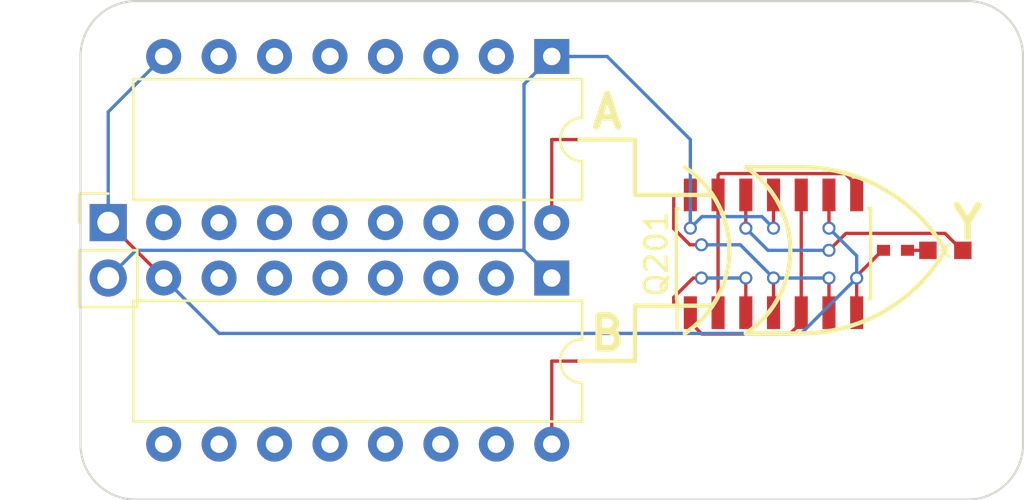
<source format=kicad_pcb>
(kicad_pcb (version 4) (host pcbnew 4.0.5+dfsg1-4)

  (general
    (links 18)
    (no_connects 0)
    (area 76.149999 53.289999 119.430001 76.250001)
    (thickness 1.6)
    (drawings 23)
    (tracks 85)
    (zones 0)
    (modules 6)
    (nets 9)
  )

  (page A4)
  (layers
    (0 F.Cu signal)
    (31 B.Cu signal)
    (32 B.Adhes user)
    (33 F.Adhes user)
    (34 B.Paste user)
    (35 F.Paste user)
    (36 B.SilkS user)
    (37 F.SilkS user)
    (38 B.Mask user)
    (39 F.Mask user)
    (40 Dwgs.User user)
    (41 Cmts.User user)
    (42 Eco1.User user)
    (43 Eco2.User user)
    (44 Edge.Cuts user)
    (45 Margin user)
    (46 B.CrtYd user)
    (47 F.CrtYd user hide)
    (48 B.Fab user)
    (49 F.Fab user)
  )

  (setup
    (last_trace_width 0.1524)
    (trace_clearance 0.1524)
    (zone_clearance 0.1524)
    (zone_45_only no)
    (trace_min 0.1524)
    (segment_width 0.1)
    (edge_width 0.1)
    (via_size 0.6)
    (via_drill 0.4)
    (via_min_size 0.4)
    (via_min_drill 0.3)
    (uvia_size 0.3)
    (uvia_drill 0.1)
    (uvias_allowed no)
    (uvia_min_size 0)
    (uvia_min_drill 0)
    (pcb_text_width 0.3)
    (pcb_text_size 1.5 1.5)
    (mod_edge_width 0.15)
    (mod_text_size 1 1)
    (mod_text_width 0.15)
    (pad_size 1.5 1.5)
    (pad_drill 0.6)
    (pad_to_mask_clearance 0)
    (aux_axis_origin 76.2 76.2)
    (grid_origin 76.2 76.2)
    (visible_elements FFFFFF7F)
    (pcbplotparams
      (layerselection 0x00030_80000001)
      (usegerberextensions false)
      (excludeedgelayer true)
      (linewidth 0.100000)
      (plotframeref false)
      (viasonmask false)
      (mode 1)
      (useauxorigin false)
      (hpglpennumber 1)
      (hpglpenspeed 20)
      (hpglpendiameter 15)
      (hpglpenoverlay 2)
      (psnegative false)
      (psa4output false)
      (plotreference true)
      (plotvalue true)
      (plotinvisibletext false)
      (padsonsilk false)
      (subtractmaskfromsilk false)
      (outputformat 1)
      (mirror false)
      (drillshape 1)
      (scaleselection 1)
      (outputdirectory ""))
  )

  (net 0 "")
  (net 1 GND)
  (net 2 /A)
  (net 3 VCC)
  (net 4 /B)
  (net 5 /bit0/Y-)
  (net 6 /bit0/#A)
  (net 7 /bit0/#Y)
  (net 8 /bit0/Y)

  (net_class Default "This is the default net class."
    (clearance 0.1524)
    (trace_width 0.1524)
    (via_dia 0.6)
    (via_drill 0.4)
    (uvia_dia 0.3)
    (uvia_drill 0.1)
    (add_net /A)
    (add_net /B)
    (add_net /bit0/#A)
    (add_net /bit0/#Y)
    (add_net /bit0/Y)
    (add_net /bit0/Y-)
    (add_net GND)
    (add_net VCC)
  )

  (module KwanSystems:SMD_0402 (layer F.Cu) (tedit 59095EAF) (tstamp 59726814)
    (at 113.538 64.77 180)
    (descr "Capacitor SMD 0402, reflow soldering, AVX (see smccp.pdf)")
    (tags "capacitor 0402")
    (path /596E3F12/59725531)
    (attr smd)
    (fp_text reference R201 (at 0 0 180) (layer F.Fab)
      (effects (font (size 0.2 0.2) (thickness 0.015)))
    )
    (fp_text value RESISTOR (at 0 -0.4 180) (layer F.Fab)
      (effects (font (size 0.127 0.127) (thickness 0.015)))
    )
    (fp_line (start 1 0.4) (end -1 0.4) (layer F.CrtYd) (width 0.05))
    (fp_line (start 1 0.4) (end 1 -0.4) (layer F.CrtYd) (width 0.05))
    (fp_line (start -1 -0.4) (end -1 0.4) (layer F.CrtYd) (width 0.05))
    (fp_line (start -1 -0.4) (end 1 -0.4) (layer F.CrtYd) (width 0.05))
    (fp_line (start -0.5 -0.25) (end 0.5 -0.25) (layer F.Fab) (width 0.1))
    (fp_line (start 0.5 -0.25) (end 0.5 0.25) (layer F.Fab) (width 0.1))
    (fp_line (start 0.5 0.25) (end -0.5 0.25) (layer F.Fab) (width 0.1))
    (fp_line (start -0.5 0.25) (end -0.5 -0.25) (layer F.Fab) (width 0.1))
    (pad 2 smd rect (at 0.55 0 180) (size 0.6 0.5) (layers F.Cu F.Paste F.Mask)
      (net 1 GND))
    (pad 1 smd rect (at -0.55 0 180) (size 0.6 0.5) (layers F.Cu F.Paste F.Mask)
      (net 5 /bit0/Y-))
    (model Capacitors_SMD.3dshapes/C_0402.wrl
      (at (xyz 0 0 0))
      (scale (xyz 1 1 1))
      (rotate (xyz 0 0 0))
    )
  )

  (module KwanSystems:D_0603 (layer F.Cu) (tedit 59096247) (tstamp 597267A0)
    (at 115.824 64.77)
    (descr "LED 0603 smd package")
    (tags "LED led 0603 SMD smd SMT smt smdled SMDLED smtled SMTLED")
    (path /596E3F12/59725495)
    (attr smd)
    (fp_text reference D201 (at 1.2 -0.5) (layer F.Fab)
      (effects (font (size 0.2 0.2) (thickness 0.015)))
    )
    (fp_text value Y (at 1.1 0.5) (layer F.Fab)
      (effects (font (size 0.2 0.2) (thickness 0.015)))
    )
    (fp_line (start -0.2 0) (end 0.2 -0.3) (layer F.SilkS) (width 0.1))
    (fp_line (start 0.2 0.3) (end -0.2 0) (layer F.SilkS) (width 0.1))
    (fp_line (start 0.8 0.4) (end -0.8 0.4) (layer F.Fab) (width 0.1))
    (fp_line (start 0.8 -0.4) (end 0.8 0.4) (layer F.Fab) (width 0.1))
    (fp_line (start -0.8 -0.4) (end 0.8 -0.4) (layer F.Fab) (width 0.1))
    (fp_line (start -0.8 0.4) (end -0.8 -0.4) (layer F.Fab) (width 0.1))
    (fp_line (start 1.45 -0.65) (end 1.45 0.65) (layer F.CrtYd) (width 0.05))
    (fp_line (start 1.45 0.65) (end -1.45 0.65) (layer F.CrtYd) (width 0.05))
    (fp_line (start -1.45 0.65) (end -1.45 -0.65) (layer F.CrtYd) (width 0.05))
    (fp_line (start -1.45 -0.65) (end 1.45 -0.65) (layer F.CrtYd) (width 0.05))
    (pad 2 smd rect (at 0.8 0 180) (size 0.8 0.8) (layers F.Cu F.Paste F.Mask)
      (net 8 /bit0/Y))
    (pad 1 smd rect (at -0.8 0 180) (size 0.8 0.8) (layers F.Cu F.Paste F.Mask)
      (net 5 /bit0/Y-))
    (model LEDs.3dshapes/LED_0603.wrl
      (at (xyz 0 0 0))
      (scale (xyz 1 1 1))
      (rotate (xyz 0 0 180))
    )
  )

  (module Pin_Headers:Pin_Header_Straight_1x02_Pitch2.54mm (layer F.Cu) (tedit 597367A3) (tstamp 597265F2)
    (at 77.47 63.5)
    (descr "Through hole straight pin header, 1x02, 2.54mm pitch, single row")
    (tags "Through hole pin header THT 1x02 2.54mm single row")
    (path /59724BC8)
    (fp_text reference J101 (at 0 -2.33) (layer F.SilkS) hide
      (effects (font (size 1 1) (thickness 0.15)))
    )
    (fp_text value CONN_01X02 (at 0 4.87) (layer F.Fab)
      (effects (font (size 1 1) (thickness 0.15)))
    )
    (fp_line (start -0.635 -1.27) (end 1.27 -1.27) (layer F.Fab) (width 0.1))
    (fp_line (start 1.27 -1.27) (end 1.27 3.81) (layer F.Fab) (width 0.1))
    (fp_line (start 1.27 3.81) (end -1.27 3.81) (layer F.Fab) (width 0.1))
    (fp_line (start -1.27 3.81) (end -1.27 -0.635) (layer F.Fab) (width 0.1))
    (fp_line (start -1.27 -0.635) (end -0.635 -1.27) (layer F.Fab) (width 0.1))
    (fp_line (start -1.33 3.87) (end 1.33 3.87) (layer F.SilkS) (width 0.12))
    (fp_line (start -1.33 1.27) (end -1.33 3.87) (layer F.SilkS) (width 0.12))
    (fp_line (start 1.33 1.27) (end 1.33 3.87) (layer F.SilkS) (width 0.12))
    (fp_line (start -1.33 1.27) (end 1.33 1.27) (layer F.SilkS) (width 0.12))
    (fp_line (start -1.33 0) (end -1.33 -1.33) (layer F.SilkS) (width 0.12))
    (fp_line (start -1.33 -1.33) (end 0 -1.33) (layer F.SilkS) (width 0.12))
    (fp_line (start -1.8 -1.8) (end -1.8 4.35) (layer F.CrtYd) (width 0.05))
    (fp_line (start -1.8 4.35) (end 1.8 4.35) (layer F.CrtYd) (width 0.05))
    (fp_line (start 1.8 4.35) (end 1.8 -1.8) (layer F.CrtYd) (width 0.05))
    (fp_line (start 1.8 -1.8) (end -1.8 -1.8) (layer F.CrtYd) (width 0.05))
    (fp_text user %R (at 0 1.27 90) (layer F.Fab)
      (effects (font (size 1 1) (thickness 0.15)))
    )
    (pad 1 thru_hole rect (at 0 0) (size 1.7 1.7) (drill 1) (layers *.Cu *.Mask)
      (net 1 GND))
    (pad 2 thru_hole oval (at 0 2.54) (size 1.7 1.7) (drill 1) (layers *.Cu *.Mask)
      (net 3 VCC))
    (model ${KISYS3DMOD}/Pin_Headers.3dshapes/Pin_Header_Straight_1x02_Pitch2.54mm.wrl
      (at (xyz 0 0 0))
      (scale (xyz 1 1 1))
      (rotate (xyz 0 0 0))
    )
  )

  (module Housings_DIP:DIP-16_W7.62mm (layer F.Cu) (tedit 597367A7) (tstamp 5970FE3B)
    (at 97.79 66.04 270)
    (descr "16-lead dip package, row spacing 7.62 mm (300 mils)")
    (tags "DIL DIP PDIP 2.54mm 7.62mm 300mil")
    (path /597100DB)
    (fp_text reference S102 (at 3.81 -2.39 270) (layer F.SilkS) hide
      (effects (font (size 1 1) (thickness 0.15)))
    )
    (fp_text value B (at 3.81 20.17 270) (layer F.Fab)
      (effects (font (size 1 1) (thickness 0.15)))
    )
    (fp_text user %R (at 3.81 8.89 270) (layer F.Fab)
      (effects (font (size 1 1) (thickness 0.15)))
    )
    (fp_line (start 1.635 -1.27) (end 6.985 -1.27) (layer F.Fab) (width 0.1))
    (fp_line (start 6.985 -1.27) (end 6.985 19.05) (layer F.Fab) (width 0.1))
    (fp_line (start 6.985 19.05) (end 0.635 19.05) (layer F.Fab) (width 0.1))
    (fp_line (start 0.635 19.05) (end 0.635 -0.27) (layer F.Fab) (width 0.1))
    (fp_line (start 0.635 -0.27) (end 1.635 -1.27) (layer F.Fab) (width 0.1))
    (fp_line (start 2.81 -1.39) (end 1.04 -1.39) (layer F.SilkS) (width 0.12))
    (fp_line (start 1.04 -1.39) (end 1.04 19.17) (layer F.SilkS) (width 0.12))
    (fp_line (start 1.04 19.17) (end 6.58 19.17) (layer F.SilkS) (width 0.12))
    (fp_line (start 6.58 19.17) (end 6.58 -1.39) (layer F.SilkS) (width 0.12))
    (fp_line (start 6.58 -1.39) (end 4.81 -1.39) (layer F.SilkS) (width 0.12))
    (fp_line (start -1.1 -1.6) (end -1.1 19.3) (layer F.CrtYd) (width 0.05))
    (fp_line (start -1.1 19.3) (end 8.7 19.3) (layer F.CrtYd) (width 0.05))
    (fp_line (start 8.7 19.3) (end 8.7 -1.6) (layer F.CrtYd) (width 0.05))
    (fp_line (start 8.7 -1.6) (end -1.1 -1.6) (layer F.CrtYd) (width 0.05))
    (fp_arc (start 3.81 -1.39) (end 2.81 -1.39) (angle -180) (layer F.SilkS) (width 0.12))
    (pad 1 thru_hole rect (at 0 0 270) (size 1.6 1.6) (drill 0.8) (layers *.Cu *.Mask)
      (net 3 VCC))
    (pad 9 thru_hole oval (at 7.62 17.78 270) (size 1.6 1.6) (drill 0.8) (layers *.Cu *.Mask))
    (pad 2 thru_hole oval (at 0 2.54 270) (size 1.6 1.6) (drill 0.8) (layers *.Cu *.Mask))
    (pad 10 thru_hole oval (at 7.62 15.24 270) (size 1.6 1.6) (drill 0.8) (layers *.Cu *.Mask))
    (pad 3 thru_hole oval (at 0 5.08 270) (size 1.6 1.6) (drill 0.8) (layers *.Cu *.Mask))
    (pad 11 thru_hole oval (at 7.62 12.7 270) (size 1.6 1.6) (drill 0.8) (layers *.Cu *.Mask))
    (pad 4 thru_hole oval (at 0 7.62 270) (size 1.6 1.6) (drill 0.8) (layers *.Cu *.Mask))
    (pad 12 thru_hole oval (at 7.62 10.16 270) (size 1.6 1.6) (drill 0.8) (layers *.Cu *.Mask))
    (pad 5 thru_hole oval (at 0 10.16 270) (size 1.6 1.6) (drill 0.8) (layers *.Cu *.Mask))
    (pad 13 thru_hole oval (at 7.62 7.62 270) (size 1.6 1.6) (drill 0.8) (layers *.Cu *.Mask))
    (pad 6 thru_hole oval (at 0 12.7 270) (size 1.6 1.6) (drill 0.8) (layers *.Cu *.Mask))
    (pad 14 thru_hole oval (at 7.62 5.08 270) (size 1.6 1.6) (drill 0.8) (layers *.Cu *.Mask))
    (pad 7 thru_hole oval (at 0 15.24 270) (size 1.6 1.6) (drill 0.8) (layers *.Cu *.Mask))
    (pad 15 thru_hole oval (at 7.62 2.54 270) (size 1.6 1.6) (drill 0.8) (layers *.Cu *.Mask))
    (pad 8 thru_hole oval (at 0 17.78 270) (size 1.6 1.6) (drill 0.8) (layers *.Cu *.Mask)
      (net 1 GND))
    (pad 16 thru_hole oval (at 7.62 0 270) (size 1.6 1.6) (drill 0.8) (layers *.Cu *.Mask)
      (net 4 /B))
    (model ${KISYS3DMOD}/Housings_DIP.3dshapes/DIP-16_W7.62mm.wrl
      (at (xyz 0 0 0))
      (scale (xyz 1 1 1))
      (rotate (xyz 0 0 0))
    )
  )

  (module Housings_DIP:DIP-16_W7.62mm (layer F.Cu) (tedit 59736796) (tstamp 5970FE18)
    (at 97.79 55.88 270)
    (descr "16-lead dip package, row spacing 7.62 mm (300 mils)")
    (tags "DIL DIP PDIP 2.54mm 7.62mm 300mil")
    (path /5970FD98)
    (fp_text reference S101 (at 3.81 -2.39 270) (layer F.SilkS) hide
      (effects (font (size 1 1) (thickness 0.15)))
    )
    (fp_text value A (at 3.81 20.17 270) (layer F.Fab)
      (effects (font (size 1 1) (thickness 0.15)))
    )
    (fp_text user %R (at 3.81 8.89 270) (layer F.Fab)
      (effects (font (size 1 1) (thickness 0.15)))
    )
    (fp_line (start 1.635 -1.27) (end 6.985 -1.27) (layer F.Fab) (width 0.1))
    (fp_line (start 6.985 -1.27) (end 6.985 19.05) (layer F.Fab) (width 0.1))
    (fp_line (start 6.985 19.05) (end 0.635 19.05) (layer F.Fab) (width 0.1))
    (fp_line (start 0.635 19.05) (end 0.635 -0.27) (layer F.Fab) (width 0.1))
    (fp_line (start 0.635 -0.27) (end 1.635 -1.27) (layer F.Fab) (width 0.1))
    (fp_line (start 2.81 -1.39) (end 1.04 -1.39) (layer F.SilkS) (width 0.12))
    (fp_line (start 1.04 -1.39) (end 1.04 19.17) (layer F.SilkS) (width 0.12))
    (fp_line (start 1.04 19.17) (end 6.58 19.17) (layer F.SilkS) (width 0.12))
    (fp_line (start 6.58 19.17) (end 6.58 -1.39) (layer F.SilkS) (width 0.12))
    (fp_line (start 6.58 -1.39) (end 4.81 -1.39) (layer F.SilkS) (width 0.12))
    (fp_line (start -1.1 -1.6) (end -1.1 19.3) (layer F.CrtYd) (width 0.05))
    (fp_line (start -1.1 19.3) (end 8.7 19.3) (layer F.CrtYd) (width 0.05))
    (fp_line (start 8.7 19.3) (end 8.7 -1.6) (layer F.CrtYd) (width 0.05))
    (fp_line (start 8.7 -1.6) (end -1.1 -1.6) (layer F.CrtYd) (width 0.05))
    (fp_arc (start 3.81 -1.39) (end 2.81 -1.39) (angle -180) (layer F.SilkS) (width 0.12))
    (pad 1 thru_hole rect (at 0 0 270) (size 1.6 1.6) (drill 0.8) (layers *.Cu *.Mask)
      (net 3 VCC))
    (pad 9 thru_hole oval (at 7.62 17.78 270) (size 1.6 1.6) (drill 0.8) (layers *.Cu *.Mask))
    (pad 2 thru_hole oval (at 0 2.54 270) (size 1.6 1.6) (drill 0.8) (layers *.Cu *.Mask))
    (pad 10 thru_hole oval (at 7.62 15.24 270) (size 1.6 1.6) (drill 0.8) (layers *.Cu *.Mask))
    (pad 3 thru_hole oval (at 0 5.08 270) (size 1.6 1.6) (drill 0.8) (layers *.Cu *.Mask))
    (pad 11 thru_hole oval (at 7.62 12.7 270) (size 1.6 1.6) (drill 0.8) (layers *.Cu *.Mask))
    (pad 4 thru_hole oval (at 0 7.62 270) (size 1.6 1.6) (drill 0.8) (layers *.Cu *.Mask))
    (pad 12 thru_hole oval (at 7.62 10.16 270) (size 1.6 1.6) (drill 0.8) (layers *.Cu *.Mask))
    (pad 5 thru_hole oval (at 0 10.16 270) (size 1.6 1.6) (drill 0.8) (layers *.Cu *.Mask))
    (pad 13 thru_hole oval (at 7.62 7.62 270) (size 1.6 1.6) (drill 0.8) (layers *.Cu *.Mask))
    (pad 6 thru_hole oval (at 0 12.7 270) (size 1.6 1.6) (drill 0.8) (layers *.Cu *.Mask))
    (pad 14 thru_hole oval (at 7.62 5.08 270) (size 1.6 1.6) (drill 0.8) (layers *.Cu *.Mask))
    (pad 7 thru_hole oval (at 0 15.24 270) (size 1.6 1.6) (drill 0.8) (layers *.Cu *.Mask))
    (pad 15 thru_hole oval (at 7.62 2.54 270) (size 1.6 1.6) (drill 0.8) (layers *.Cu *.Mask))
    (pad 8 thru_hole oval (at 0 17.78 270) (size 1.6 1.6) (drill 0.8) (layers *.Cu *.Mask)
      (net 1 GND))
    (pad 16 thru_hole oval (at 7.62 0 270) (size 1.6 1.6) (drill 0.8) (layers *.Cu *.Mask)
      (net 2 /A))
    (model ${KISYS3DMOD}/Housings_DIP.3dshapes/DIP-16_W7.62mm.wrl
      (at (xyz 0 0 0))
      (scale (xyz 1 1 1))
      (rotate (xyz 0 0 0))
    )
  )

  (module Housings_SOIC:SOIC-14_3.9x8.7mm_Pitch1.27mm (layer F.Cu) (tedit 58CC8F64) (tstamp 59762D6E)
    (at 107.95 64.93 90)
    (descr "14-Lead Plastic Small Outline (SL) - Narrow, 3.90 mm Body [SOIC] (see Microchip Packaging Specification 00000049BS.pdf)")
    (tags "SOIC 1.27")
    (path /596E3F12/59762E49)
    (attr smd)
    (fp_text reference Q201 (at 0 -5.375 90) (layer F.SilkS)
      (effects (font (size 1 1) (thickness 0.15)))
    )
    (fp_text value CD4007 (at 0 5.375 90) (layer F.Fab)
      (effects (font (size 1 1) (thickness 0.15)))
    )
    (fp_text user %R (at 0 0 90) (layer F.Fab)
      (effects (font (size 0.9 0.9) (thickness 0.135)))
    )
    (fp_line (start -0.95 -4.35) (end 1.95 -4.35) (layer F.Fab) (width 0.15))
    (fp_line (start 1.95 -4.35) (end 1.95 4.35) (layer F.Fab) (width 0.15))
    (fp_line (start 1.95 4.35) (end -1.95 4.35) (layer F.Fab) (width 0.15))
    (fp_line (start -1.95 4.35) (end -1.95 -3.35) (layer F.Fab) (width 0.15))
    (fp_line (start -1.95 -3.35) (end -0.95 -4.35) (layer F.Fab) (width 0.15))
    (fp_line (start -3.7 -4.65) (end -3.7 4.65) (layer F.CrtYd) (width 0.05))
    (fp_line (start 3.7 -4.65) (end 3.7 4.65) (layer F.CrtYd) (width 0.05))
    (fp_line (start -3.7 -4.65) (end 3.7 -4.65) (layer F.CrtYd) (width 0.05))
    (fp_line (start -3.7 4.65) (end 3.7 4.65) (layer F.CrtYd) (width 0.05))
    (fp_line (start -2.075 -4.45) (end -2.075 -4.425) (layer F.SilkS) (width 0.15))
    (fp_line (start 2.075 -4.45) (end 2.075 -4.335) (layer F.SilkS) (width 0.15))
    (fp_line (start 2.075 4.45) (end 2.075 4.335) (layer F.SilkS) (width 0.15))
    (fp_line (start -2.075 4.45) (end -2.075 4.335) (layer F.SilkS) (width 0.15))
    (fp_line (start -2.075 -4.45) (end 2.075 -4.45) (layer F.SilkS) (width 0.15))
    (fp_line (start -2.075 4.45) (end 2.075 4.45) (layer F.SilkS) (width 0.15))
    (fp_line (start -2.075 -4.425) (end -3.45 -4.425) (layer F.SilkS) (width 0.15))
    (pad 1 smd rect (at -2.7 -3.81 90) (size 1.5 0.6) (layers F.Cu F.Paste F.Mask)
      (net 7 /bit0/#Y))
    (pad 2 smd rect (at -2.7 -2.54 90) (size 1.5 0.6) (layers F.Cu F.Paste F.Mask)
      (net 6 /bit0/#A))
    (pad 3 smd rect (at -2.7 -1.27 90) (size 1.5 0.6) (layers F.Cu F.Paste F.Mask)
      (net 4 /B))
    (pad 4 smd rect (at -2.7 0 90) (size 1.5 0.6) (layers F.Cu F.Paste F.Mask)
      (net 2 /A))
    (pad 5 smd rect (at -2.7 1.27 90) (size 1.5 0.6) (layers F.Cu F.Paste F.Mask)
      (net 7 /bit0/#Y))
    (pad 6 smd rect (at -2.7 2.54 90) (size 1.5 0.6) (layers F.Cu F.Paste F.Mask)
      (net 2 /A))
    (pad 7 smd rect (at -2.7 3.81 90) (size 1.5 0.6) (layers F.Cu F.Paste F.Mask)
      (net 1 GND))
    (pad 8 smd rect (at 2.7 3.81 90) (size 1.5 0.6) (layers F.Cu F.Paste F.Mask)
      (net 6 /bit0/#A))
    (pad 9 smd rect (at 2.7 2.54 90) (size 1.5 0.6) (layers F.Cu F.Paste F.Mask)
      (net 1 GND))
    (pad 10 smd rect (at 2.7 1.27 90) (size 1.5 0.6) (layers F.Cu F.Paste F.Mask)
      (net 7 /bit0/#Y))
    (pad 11 smd rect (at 2.7 0 90) (size 1.5 0.6) (layers F.Cu F.Paste F.Mask)
      (net 3 VCC))
    (pad 12 smd rect (at 2.7 -1.27 90) (size 1.5 0.6) (layers F.Cu F.Paste F.Mask)
      (net 8 /bit0/Y))
    (pad 13 smd rect (at 2.7 -2.54 90) (size 1.5 0.6) (layers F.Cu F.Paste F.Mask)
      (net 6 /bit0/#A))
    (pad 14 smd rect (at 2.7 -3.81 90) (size 1.5 0.6) (layers F.Cu F.Paste F.Mask)
      (net 3 VCC))
    (model ${KISYS3DMOD}/Housings_SOIC.3dshapes/SOIC-14_3.9x8.7mm_Pitch1.27mm.wrl
      (at (xyz 0 0 0))
      (scale (xyz 1 1 1))
      (rotate (xyz 0 0 0))
    )
  )

  (gr_line (start 105.156 67.31) (end 101.6 67.31) (layer F.SilkS) (width 0.2))
  (gr_arc (start 78.74 73.66) (end 76.2 73.66) (angle -90) (layer Edge.Cuts) (width 0.1))
  (gr_arc (start 78.74 55.88) (end 78.74 53.34) (angle -90) (layer Edge.Cuts) (width 0.1))
  (gr_arc (start 116.84 73.66) (end 116.84 76.2) (angle -90) (layer Edge.Cuts) (width 0.1))
  (gr_arc (start 101.346 64.77) (end 103.886 60.96) (angle 112.6198684) (layer F.SilkS) (width 0.2) (tstamp 5974222E))
  (gr_arc (start 116.84 55.88) (end 119.38 55.88) (angle -90) (layer Edge.Cuts) (width 0.1))
  (gr_arc (start 109.22 60.96) (end 109.22 68.58) (angle -60.29998957) (layer F.SilkS) (width 0.2) (tstamp 5973760E))
  (gr_text A (at 100.33 58.42) (layer F.SilkS) (tstamp 59737607)
    (effects (font (size 1.5 1.5) (thickness 0.3)))
  )
  (gr_text B (at 100.33 68.58) (layer F.SilkS) (tstamp 59737605)
    (effects (font (size 1.5 1.5) (thickness 0.3)))
  )
  (gr_line (start 101.6 59.69) (end 101.6 62.23) (layer F.SilkS) (width 0.2))
  (gr_line (start 101.6 67.31) (end 101.6 69.85) (layer F.SilkS) (width 0.2))
  (gr_text Y (at 116.84 63.5) (layer F.SilkS)
    (effects (font (size 1.5 1.5) (thickness 0.3)))
  )
  (gr_line (start 99.06 69.85) (end 101.6 69.85) (layer F.SilkS) (width 0.2))
  (gr_line (start 101.6 62.23) (end 105.156 62.23) (layer F.SilkS) (width 0.2))
  (gr_line (start 99.06 59.69) (end 101.6 59.69) (layer F.SilkS) (width 0.2))
  (gr_line (start 76.2 73.66) (end 76.2 55.88) (layer Edge.Cuts) (width 0.1))
  (gr_line (start 116.84 76.2) (end 78.74 76.2) (layer Edge.Cuts) (width 0.1))
  (gr_line (start 119.38 55.88) (end 119.38 73.66) (layer Edge.Cuts) (width 0.1))
  (gr_line (start 78.74 53.34) (end 116.84 53.34) (layer Edge.Cuts) (width 0.1))
  (gr_arc (start 109.22 68.58) (end 109.22 60.96) (angle 60.25510751) (layer F.SilkS) (width 0.2))
  (gr_line (start 106.68 68.58) (end 109.22 68.58) (layer F.SilkS) (width 0.2))
  (gr_line (start 106.68 60.96) (end 109.22 60.96) (layer F.SilkS) (width 0.2))
  (gr_arc (start 104.14 64.77) (end 106.68 60.96) (angle 112.6198684) (layer F.SilkS) (width 0.2))

  (segment (start 112.988 64.77) (end 112.938 64.77) (width 0.1524) (layer F.Cu) (net 1))
  (segment (start 112.938 64.77) (end 111.76 65.948) (width 0.1524) (layer F.Cu) (net 1))
  (segment (start 111.76 65.948) (end 111.76 66.04) (width 0.1524) (layer F.Cu) (net 1))
  (segment (start 110.49 63.754) (end 110.49 62.23) (width 0.1524) (layer F.Cu) (net 1))
  (segment (start 111.76 66.04) (end 111.76 65.024) (width 0.1524) (layer B.Cu) (net 1))
  (segment (start 111.76 65.024) (end 110.49 63.754) (width 0.1524) (layer B.Cu) (net 1))
  (via (at 110.49 63.754) (size 0.6) (drill 0.4) (layers F.Cu B.Cu) (net 1))
  (segment (start 111.76 66.04) (end 111.76 67.63) (width 0.1524) (layer F.Cu) (net 1))
  (segment (start 107.188 68.58) (end 109.22 68.58) (width 0.1524) (layer B.Cu) (net 1))
  (segment (start 109.22 68.58) (end 111.76 66.04) (width 0.1524) (layer B.Cu) (net 1))
  (via (at 111.76 66.04) (size 0.6) (drill 0.4) (layers F.Cu B.Cu) (net 1))
  (segment (start 82.55 68.58) (end 107.188 68.58) (width 0.1524) (layer B.Cu) (net 1))
  (segment (start 77.47 63.5) (end 77.47 58.42) (width 0.1524) (layer B.Cu) (net 1))
  (segment (start 77.47 58.42) (end 80.01 55.88) (width 0.1524) (layer B.Cu) (net 1))
  (segment (start 77.47 63.5) (end 80.01 66.04) (width 0.1524) (layer F.Cu) (net 1))
  (segment (start 112.964 64.794) (end 112.988 64.77) (width 0.1524) (layer F.Cu) (net 1))
  (segment (start 80.01 66.04) (end 82.55 68.58) (width 0.1524) (layer B.Cu) (net 1))
  (segment (start 110.49 66.04) (end 110.49 67.63) (width 0.1524) (layer F.Cu) (net 2))
  (segment (start 107.95 66.04) (end 110.49 66.04) (width 0.1524) (layer B.Cu) (net 2))
  (via (at 110.49 66.04) (size 0.6) (drill 0.4) (layers F.Cu B.Cu) (net 2))
  (segment (start 107.95 66.04) (end 107.95 67.63) (width 0.1524) (layer F.Cu) (net 2))
  (segment (start 104.648 64.516) (end 106.426 64.516) (width 0.1524) (layer B.Cu) (net 2))
  (segment (start 106.426 64.516) (end 107.95 66.04) (width 0.1524) (layer B.Cu) (net 2))
  (via (at 107.95 66.04) (size 0.6) (drill 0.4) (layers F.Cu B.Cu) (net 2))
  (segment (start 103.378 62.23) (end 103.378 63.77433) (width 0.1524) (layer F.Cu) (net 2))
  (segment (start 103.378 63.77433) (end 104.11967 64.516) (width 0.1524) (layer F.Cu) (net 2))
  (segment (start 104.11967 64.516) (end 104.648 64.516) (width 0.1524) (layer F.Cu) (net 2))
  (via (at 104.648 64.516) (size 0.6) (drill 0.4) (layers F.Cu B.Cu) (net 2))
  (segment (start 101.6 59.69) (end 97.79 59.69) (width 0.1524) (layer F.Cu) (net 2))
  (segment (start 97.79 62.36863) (end 97.79 63.5) (width 0.1524) (layer F.Cu) (net 2))
  (segment (start 103.378 62.23) (end 101.6 62.23) (width 0.1524) (layer F.Cu) (net 2))
  (segment (start 101.6 62.23) (end 101.6 59.69) (width 0.1524) (layer F.Cu) (net 2))
  (segment (start 97.79 59.69) (end 97.79 62.36863) (width 0.1524) (layer F.Cu) (net 2))
  (segment (start 107.762 67.548) (end 107.762 67.498) (width 0.1524) (layer F.Cu) (net 2))
  (segment (start 107.95 63.754) (end 107.95 62.23) (width 0.1524) (layer F.Cu) (net 3))
  (segment (start 104.14 63.754) (end 104.668601 63.225399) (width 0.1524) (layer B.Cu) (net 3))
  (segment (start 104.668601 63.225399) (end 107.421399 63.225399) (width 0.1524) (layer B.Cu) (net 3))
  (segment (start 107.421399 63.225399) (end 107.95 63.754) (width 0.1524) (layer B.Cu) (net 3))
  (via (at 107.95 63.754) (size 0.6) (drill 0.4) (layers F.Cu B.Cu) (net 3))
  (segment (start 104.14 63.754) (end 104.14 62.23) (width 0.1524) (layer F.Cu) (net 3))
  (segment (start 100.33 55.88) (end 103.124 58.674) (width 0.1524) (layer B.Cu) (net 3))
  (segment (start 103.124 58.674) (end 104.14 59.69) (width 0.1524) (layer B.Cu) (net 3))
  (segment (start 104.14 59.69) (end 104.14 63.754) (width 0.1524) (layer B.Cu) (net 3))
  (via (at 104.14 63.754) (size 0.6) (drill 0.4) (layers F.Cu B.Cu) (net 3))
  (segment (start 107.762 62.042) (end 107.762 61.992) (width 0.1524) (layer F.Cu) (net 3))
  (segment (start 100.33 55.88) (end 97.79 55.88) (width 0.1524) (layer B.Cu) (net 3))
  (segment (start 78.74 64.77) (end 96.52 64.77) (width 0.1524) (layer B.Cu) (net 3))
  (segment (start 96.52 57.15) (end 97.79 55.88) (width 0.1524) (layer B.Cu) (net 3))
  (segment (start 96.52 64.77) (end 96.52 57.15) (width 0.1524) (layer B.Cu) (net 3))
  (segment (start 97.79 66.04) (end 96.52 64.77) (width 0.1524) (layer B.Cu) (net 3))
  (segment (start 78.74 64.77) (end 77.47 66.04) (width 0.1524) (layer B.Cu) (net 3))
  (segment (start 106.68 66.04) (end 106.68 67.63) (width 0.1524) (layer F.Cu) (net 4))
  (segment (start 104.648 66.04) (end 106.68 66.04) (width 0.1524) (layer B.Cu) (net 4))
  (via (at 106.68 66.04) (size 0.6) (drill 0.4) (layers F.Cu B.Cu) (net 4))
  (segment (start 103.378 67.31) (end 103.378 66.930518) (width 0.1524) (layer F.Cu) (net 4))
  (segment (start 103.378 66.930518) (end 104.268518 66.04) (width 0.1524) (layer F.Cu) (net 4))
  (segment (start 104.268518 66.04) (end 104.648 66.04) (width 0.1524) (layer F.Cu) (net 4))
  (via (at 104.648 66.04) (size 0.6) (drill 0.4) (layers F.Cu B.Cu) (net 4))
  (segment (start 97.79 69.85) (end 97.79 73.66) (width 0.1524) (layer F.Cu) (net 4))
  (segment (start 101.6 69.85) (end 97.79 69.85) (width 0.1524) (layer F.Cu) (net 4))
  (segment (start 101.6 67.31) (end 101.6 69.85) (width 0.1524) (layer F.Cu) (net 4))
  (segment (start 103.378 67.31) (end 101.6 67.31) (width 0.1524) (layer F.Cu) (net 4))
  (segment (start 115.024 64.77) (end 114.088 64.77) (width 0.1524) (layer F.Cu) (net 5))
  (segment (start 105.41 62.23) (end 105.41 67.63) (width 0.1524) (layer F.Cu) (net 6))
  (segment (start 105.41 62.23) (end 105.41 61.3276) (width 0.1524) (layer F.Cu) (net 6))
  (segment (start 105.41 61.3276) (end 105.486201 61.251399) (width 0.1524) (layer F.Cu) (net 6))
  (segment (start 105.486201 61.251399) (end 111.231399 61.251399) (width 0.1524) (layer F.Cu) (net 6))
  (segment (start 111.231399 61.251399) (end 111.76 61.78) (width 0.1524) (layer F.Cu) (net 6))
  (segment (start 111.76 61.78) (end 111.76 62.23) (width 0.1524) (layer F.Cu) (net 6))
  (segment (start 105.41 62.23) (end 105.41 61.680518) (width 0.1524) (layer F.Cu) (net 6))
  (segment (start 109.22 62.23) (end 109.22 67.63) (width 0.1524) (layer F.Cu) (net 7))
  (segment (start 104.14 67.63) (end 104.14 68.08) (width 0.1524) (layer F.Cu) (net 7))
  (segment (start 104.14 68.08) (end 104.668601 68.608601) (width 0.1524) (layer F.Cu) (net 7))
  (segment (start 104.668601 68.608601) (end 108.691399 68.608601) (width 0.1524) (layer F.Cu) (net 7))
  (segment (start 108.691399 68.608601) (end 109.22 68.08) (width 0.1524) (layer F.Cu) (net 7))
  (segment (start 109.22 68.08) (end 109.22 67.63) (width 0.1524) (layer F.Cu) (net 7))
  (segment (start 110.49 64.77) (end 111.268 63.992) (width 0.1524) (layer F.Cu) (net 8))
  (segment (start 111.268 63.992) (end 115.808 63.992) (width 0.1524) (layer F.Cu) (net 8))
  (segment (start 115.808 63.992) (end 116.586 64.77) (width 0.1524) (layer F.Cu) (net 8))
  (segment (start 116.586 64.77) (end 116.624 64.77) (width 0.1524) (layer F.Cu) (net 8))
  (segment (start 106.68 63.754) (end 107.696 64.77) (width 0.1524) (layer B.Cu) (net 8))
  (segment (start 107.696 64.77) (end 110.49 64.77) (width 0.1524) (layer B.Cu) (net 8))
  (via (at 110.49 64.77) (size 0.6) (drill 0.4) (layers F.Cu B.Cu) (net 8))
  (segment (start 106.68 62.23) (end 106.68 63.754) (width 0.1524) (layer F.Cu) (net 8))
  (via (at 106.68 63.754) (size 0.6) (drill 0.4) (layers F.Cu B.Cu) (net 8))

)

</source>
